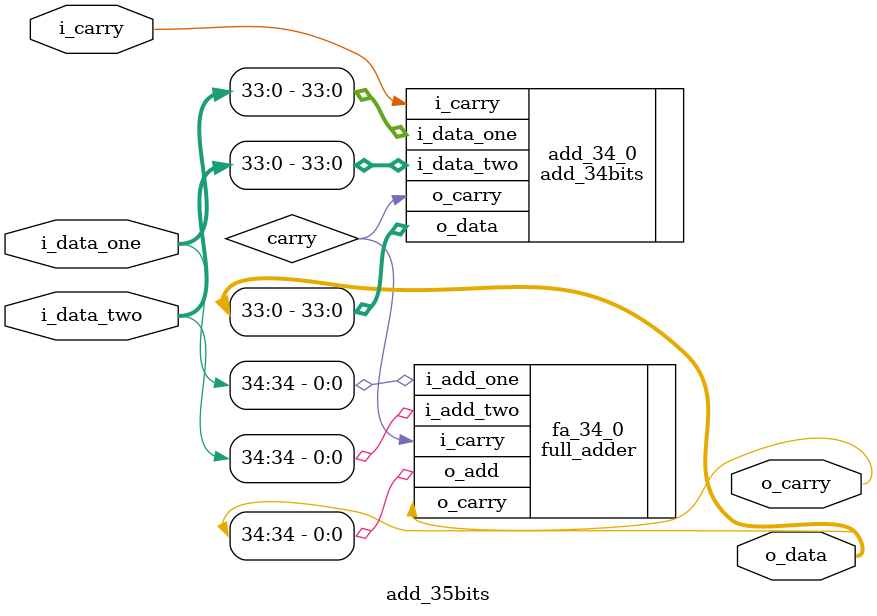
<source format=sv>
module add_35bits(
  input logic  [34:0] i_data_one,
  input logic  [34:0] i_data_two,
  input logic         i_carry,
  
  output logic [34:0] o_data,
  output logic        o_carry
);

  logic carry;

  add_34bits add_34_0(
    .i_data_one (i_data_one[33:0]),
    .i_data_two (i_data_two[33:0]),
    .i_carry    (i_carry),
    .o_data     (o_data[33:0]),
    .o_carry    (carry)
  );
  
  full_adder fa_34_0(
    .i_add_one (i_data_one[34]),
    .i_add_two (i_data_two[34]),
    .i_carry   (carry),
    .o_add     (o_data[34]),
    .o_carry   (o_carry)
  );

endmodule
</source>
